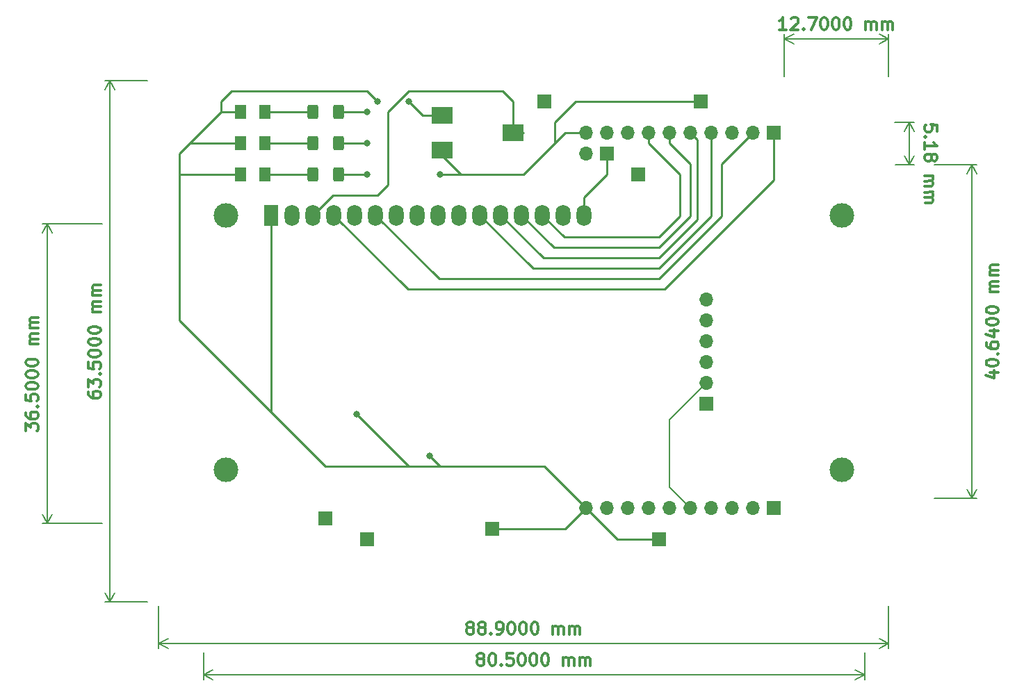
<source format=gbr>
%TF.GenerationSoftware,KiCad,Pcbnew,(6.0.4-0)*%
%TF.CreationDate,2022-04-20T10:51:28-04:00*%
%TF.ProjectId,msp_stuff,6d73705f-7374-4756-9666-2e6b69636164,rev?*%
%TF.SameCoordinates,Original*%
%TF.FileFunction,Copper,L1,Top*%
%TF.FilePolarity,Positive*%
%FSLAX46Y46*%
G04 Gerber Fmt 4.6, Leading zero omitted, Abs format (unit mm)*
G04 Created by KiCad (PCBNEW (6.0.4-0)) date 2022-04-20 10:51:28*
%MOMM*%
%LPD*%
G01*
G04 APERTURE LIST*
G04 Aperture macros list*
%AMRoundRect*
0 Rectangle with rounded corners*
0 $1 Rounding radius*
0 $2 $3 $4 $5 $6 $7 $8 $9 X,Y pos of 4 corners*
0 Add a 4 corners polygon primitive as box body*
4,1,4,$2,$3,$4,$5,$6,$7,$8,$9,$2,$3,0*
0 Add four circle primitives for the rounded corners*
1,1,$1+$1,$2,$3*
1,1,$1+$1,$4,$5*
1,1,$1+$1,$6,$7*
1,1,$1+$1,$8,$9*
0 Add four rect primitives between the rounded corners*
20,1,$1+$1,$2,$3,$4,$5,0*
20,1,$1+$1,$4,$5,$6,$7,0*
20,1,$1+$1,$6,$7,$8,$9,0*
20,1,$1+$1,$8,$9,$2,$3,0*%
G04 Aperture macros list end*
%ADD10C,0.300000*%
%TA.AperFunction,NonConductor*%
%ADD11C,0.300000*%
%TD*%
%TA.AperFunction,NonConductor*%
%ADD12C,0.200000*%
%TD*%
%TA.AperFunction,ComponentPad*%
%ADD13R,1.700000X1.700000*%
%TD*%
%TA.AperFunction,ComponentPad*%
%ADD14O,1.700000X1.700000*%
%TD*%
%TA.AperFunction,SMDPad,CuDef*%
%ADD15RoundRect,0.250001X-0.462499X-0.624999X0.462499X-0.624999X0.462499X0.624999X-0.462499X0.624999X0*%
%TD*%
%TA.AperFunction,SMDPad,CuDef*%
%ADD16RoundRect,0.250000X-0.400000X-0.625000X0.400000X-0.625000X0.400000X0.625000X-0.400000X0.625000X0*%
%TD*%
%TA.AperFunction,ComponentPad*%
%ADD17C,3.000000*%
%TD*%
%TA.AperFunction,ComponentPad*%
%ADD18R,1.800000X2.600000*%
%TD*%
%TA.AperFunction,ComponentPad*%
%ADD19O,1.800000X2.600000*%
%TD*%
%TA.AperFunction,SMDPad,CuDef*%
%ADD20R,2.500000X2.000000*%
%TD*%
%TA.AperFunction,ViaPad*%
%ADD21C,0.800000*%
%TD*%
%TA.AperFunction,Conductor*%
%ADD22C,0.200000*%
%TD*%
%TA.AperFunction,Conductor*%
%ADD23C,0.250000*%
%TD*%
G04 APERTURE END LIST*
D10*
D11*
X155218571Y-87778571D02*
X154361428Y-87778571D01*
X154790000Y-87778571D02*
X154790000Y-86278571D01*
X154647142Y-86492857D01*
X154504285Y-86635714D01*
X154361428Y-86707142D01*
X155790000Y-86421428D02*
X155861428Y-86350000D01*
X156004285Y-86278571D01*
X156361428Y-86278571D01*
X156504285Y-86350000D01*
X156575714Y-86421428D01*
X156647142Y-86564285D01*
X156647142Y-86707142D01*
X156575714Y-86921428D01*
X155718571Y-87778571D01*
X156647142Y-87778571D01*
X157290000Y-87635714D02*
X157361428Y-87707142D01*
X157290000Y-87778571D01*
X157218571Y-87707142D01*
X157290000Y-87635714D01*
X157290000Y-87778571D01*
X157861428Y-86278571D02*
X158861428Y-86278571D01*
X158218571Y-87778571D01*
X159718571Y-86278571D02*
X159861428Y-86278571D01*
X160004285Y-86350000D01*
X160075714Y-86421428D01*
X160147142Y-86564285D01*
X160218571Y-86850000D01*
X160218571Y-87207142D01*
X160147142Y-87492857D01*
X160075714Y-87635714D01*
X160004285Y-87707142D01*
X159861428Y-87778571D01*
X159718571Y-87778571D01*
X159575714Y-87707142D01*
X159504285Y-87635714D01*
X159432857Y-87492857D01*
X159361428Y-87207142D01*
X159361428Y-86850000D01*
X159432857Y-86564285D01*
X159504285Y-86421428D01*
X159575714Y-86350000D01*
X159718571Y-86278571D01*
X161147142Y-86278571D02*
X161290000Y-86278571D01*
X161432857Y-86350000D01*
X161504285Y-86421428D01*
X161575714Y-86564285D01*
X161647142Y-86850000D01*
X161647142Y-87207142D01*
X161575714Y-87492857D01*
X161504285Y-87635714D01*
X161432857Y-87707142D01*
X161290000Y-87778571D01*
X161147142Y-87778571D01*
X161004285Y-87707142D01*
X160932857Y-87635714D01*
X160861428Y-87492857D01*
X160790000Y-87207142D01*
X160790000Y-86850000D01*
X160861428Y-86564285D01*
X160932857Y-86421428D01*
X161004285Y-86350000D01*
X161147142Y-86278571D01*
X162575714Y-86278571D02*
X162718571Y-86278571D01*
X162861428Y-86350000D01*
X162932857Y-86421428D01*
X163004285Y-86564285D01*
X163075714Y-86850000D01*
X163075714Y-87207142D01*
X163004285Y-87492857D01*
X162932857Y-87635714D01*
X162861428Y-87707142D01*
X162718571Y-87778571D01*
X162575714Y-87778571D01*
X162432857Y-87707142D01*
X162361428Y-87635714D01*
X162290000Y-87492857D01*
X162218571Y-87207142D01*
X162218571Y-86850000D01*
X162290000Y-86564285D01*
X162361428Y-86421428D01*
X162432857Y-86350000D01*
X162575714Y-86278571D01*
X164861428Y-87778571D02*
X164861428Y-86778571D01*
X164861428Y-86921428D02*
X164932857Y-86850000D01*
X165075714Y-86778571D01*
X165290000Y-86778571D01*
X165432857Y-86850000D01*
X165504285Y-86992857D01*
X165504285Y-87778571D01*
X165504285Y-86992857D02*
X165575714Y-86850000D01*
X165718571Y-86778571D01*
X165932857Y-86778571D01*
X166075714Y-86850000D01*
X166147142Y-86992857D01*
X166147142Y-87778571D01*
X166861428Y-87778571D02*
X166861428Y-86778571D01*
X166861428Y-86921428D02*
X166932857Y-86850000D01*
X167075714Y-86778571D01*
X167290000Y-86778571D01*
X167432857Y-86850000D01*
X167504285Y-86992857D01*
X167504285Y-87778571D01*
X167504285Y-86992857D02*
X167575714Y-86850000D01*
X167718571Y-86778571D01*
X167932857Y-86778571D01*
X168075714Y-86850000D01*
X168147142Y-86992857D01*
X168147142Y-87778571D01*
D12*
X167640000Y-93479999D02*
X167640000Y-88313580D01*
X154940000Y-93479999D02*
X154940000Y-88313580D01*
X167640000Y-88900000D02*
X154940000Y-88900000D01*
X167640000Y-88900000D02*
X154940000Y-88900000D01*
X167640000Y-88900000D02*
X166513496Y-88313579D01*
X167640000Y-88900000D02*
X166513496Y-89486421D01*
X154940000Y-88900000D02*
X156066504Y-89486421D01*
X154940000Y-88900000D02*
X156066504Y-88313579D01*
D10*
D11*
X180018571Y-129499458D02*
X181018571Y-129499458D01*
X179447142Y-129856601D02*
X180518571Y-130213744D01*
X180518571Y-129285173D01*
X179518571Y-128428030D02*
X179518571Y-128285173D01*
X179590000Y-128142315D01*
X179661428Y-128070887D01*
X179804285Y-127999458D01*
X180090000Y-127928030D01*
X180447142Y-127928030D01*
X180732857Y-127999458D01*
X180875714Y-128070887D01*
X180947142Y-128142315D01*
X181018571Y-128285173D01*
X181018571Y-128428030D01*
X180947142Y-128570887D01*
X180875714Y-128642315D01*
X180732857Y-128713744D01*
X180447142Y-128785173D01*
X180090000Y-128785173D01*
X179804285Y-128713744D01*
X179661428Y-128642315D01*
X179590000Y-128570887D01*
X179518571Y-128428030D01*
X180875714Y-127285173D02*
X180947142Y-127213744D01*
X181018571Y-127285173D01*
X180947142Y-127356601D01*
X180875714Y-127285173D01*
X181018571Y-127285173D01*
X179518571Y-125928030D02*
X179518571Y-126213744D01*
X179590000Y-126356601D01*
X179661428Y-126428030D01*
X179875714Y-126570887D01*
X180161428Y-126642315D01*
X180732857Y-126642315D01*
X180875714Y-126570887D01*
X180947142Y-126499458D01*
X181018571Y-126356601D01*
X181018571Y-126070887D01*
X180947142Y-125928030D01*
X180875714Y-125856601D01*
X180732857Y-125785173D01*
X180375714Y-125785173D01*
X180232857Y-125856601D01*
X180161428Y-125928030D01*
X180090000Y-126070887D01*
X180090000Y-126356601D01*
X180161428Y-126499458D01*
X180232857Y-126570887D01*
X180375714Y-126642315D01*
X180018571Y-124499458D02*
X181018571Y-124499458D01*
X179447142Y-124856601D02*
X180518571Y-125213744D01*
X180518571Y-124285173D01*
X179518571Y-123428030D02*
X179518571Y-123285173D01*
X179590000Y-123142315D01*
X179661428Y-123070887D01*
X179804285Y-122999458D01*
X180090000Y-122928030D01*
X180447142Y-122928030D01*
X180732857Y-122999458D01*
X180875714Y-123070887D01*
X180947142Y-123142315D01*
X181018571Y-123285173D01*
X181018571Y-123428030D01*
X180947142Y-123570887D01*
X180875714Y-123642315D01*
X180732857Y-123713744D01*
X180447142Y-123785173D01*
X180090000Y-123785173D01*
X179804285Y-123713744D01*
X179661428Y-123642315D01*
X179590000Y-123570887D01*
X179518571Y-123428030D01*
X179518571Y-121999458D02*
X179518571Y-121856601D01*
X179590000Y-121713744D01*
X179661428Y-121642315D01*
X179804285Y-121570887D01*
X180090000Y-121499458D01*
X180447142Y-121499458D01*
X180732857Y-121570887D01*
X180875714Y-121642315D01*
X180947142Y-121713744D01*
X181018571Y-121856601D01*
X181018571Y-121999458D01*
X180947142Y-122142315D01*
X180875714Y-122213744D01*
X180732857Y-122285173D01*
X180447142Y-122356601D01*
X180090000Y-122356601D01*
X179804285Y-122285173D01*
X179661428Y-122213744D01*
X179590000Y-122142315D01*
X179518571Y-121999458D01*
X181018571Y-119713744D02*
X180018571Y-119713744D01*
X180161428Y-119713744D02*
X180090000Y-119642315D01*
X180018571Y-119499458D01*
X180018571Y-119285173D01*
X180090000Y-119142315D01*
X180232857Y-119070887D01*
X181018571Y-119070887D01*
X180232857Y-119070887D02*
X180090000Y-118999458D01*
X180018571Y-118856601D01*
X180018571Y-118642315D01*
X180090000Y-118499458D01*
X180232857Y-118428030D01*
X181018571Y-118428030D01*
X181018571Y-117713744D02*
X180018571Y-117713744D01*
X180161428Y-117713744D02*
X180090000Y-117642315D01*
X180018571Y-117499458D01*
X180018571Y-117285173D01*
X180090000Y-117142315D01*
X180232857Y-117070887D01*
X181018571Y-117070887D01*
X180232857Y-117070887D02*
X180090000Y-116999458D01*
X180018571Y-116856601D01*
X180018571Y-116642315D01*
X180090000Y-116499458D01*
X180232857Y-116428030D01*
X181018571Y-116428030D01*
D12*
X173220000Y-104235173D02*
X178386420Y-104235173D01*
X173220000Y-144875173D02*
X178386420Y-144875173D01*
X177800000Y-104235173D02*
X177800000Y-144875173D01*
X177800000Y-104235173D02*
X177800000Y-144875173D01*
X177800000Y-104235173D02*
X177213579Y-105361677D01*
X177800000Y-104235173D02*
X178386421Y-105361677D01*
X177800000Y-144875173D02*
X178386421Y-143748669D01*
X177800000Y-144875173D02*
X177213579Y-143748669D01*
D10*
D11*
X62538571Y-136682500D02*
X62538571Y-135753928D01*
X63110000Y-136253928D01*
X63110000Y-136039642D01*
X63181428Y-135896785D01*
X63252857Y-135825357D01*
X63395714Y-135753928D01*
X63752857Y-135753928D01*
X63895714Y-135825357D01*
X63967142Y-135896785D01*
X64038571Y-136039642D01*
X64038571Y-136468214D01*
X63967142Y-136611071D01*
X63895714Y-136682500D01*
X62538571Y-134468214D02*
X62538571Y-134753928D01*
X62610000Y-134896785D01*
X62681428Y-134968214D01*
X62895714Y-135111071D01*
X63181428Y-135182500D01*
X63752857Y-135182500D01*
X63895714Y-135111071D01*
X63967142Y-135039642D01*
X64038571Y-134896785D01*
X64038571Y-134611071D01*
X63967142Y-134468214D01*
X63895714Y-134396785D01*
X63752857Y-134325357D01*
X63395714Y-134325357D01*
X63252857Y-134396785D01*
X63181428Y-134468214D01*
X63110000Y-134611071D01*
X63110000Y-134896785D01*
X63181428Y-135039642D01*
X63252857Y-135111071D01*
X63395714Y-135182500D01*
X63895714Y-133682500D02*
X63967142Y-133611071D01*
X64038571Y-133682500D01*
X63967142Y-133753928D01*
X63895714Y-133682500D01*
X64038571Y-133682500D01*
X62538571Y-132253928D02*
X62538571Y-132968214D01*
X63252857Y-133039642D01*
X63181428Y-132968214D01*
X63110000Y-132825357D01*
X63110000Y-132468214D01*
X63181428Y-132325357D01*
X63252857Y-132253928D01*
X63395714Y-132182500D01*
X63752857Y-132182500D01*
X63895714Y-132253928D01*
X63967142Y-132325357D01*
X64038571Y-132468214D01*
X64038571Y-132825357D01*
X63967142Y-132968214D01*
X63895714Y-133039642D01*
X62538571Y-131253928D02*
X62538571Y-131111071D01*
X62610000Y-130968214D01*
X62681428Y-130896785D01*
X62824285Y-130825357D01*
X63110000Y-130753928D01*
X63467142Y-130753928D01*
X63752857Y-130825357D01*
X63895714Y-130896785D01*
X63967142Y-130968214D01*
X64038571Y-131111071D01*
X64038571Y-131253928D01*
X63967142Y-131396785D01*
X63895714Y-131468214D01*
X63752857Y-131539642D01*
X63467142Y-131611071D01*
X63110000Y-131611071D01*
X62824285Y-131539642D01*
X62681428Y-131468214D01*
X62610000Y-131396785D01*
X62538571Y-131253928D01*
X62538571Y-129825357D02*
X62538571Y-129682500D01*
X62610000Y-129539642D01*
X62681428Y-129468214D01*
X62824285Y-129396785D01*
X63110000Y-129325357D01*
X63467142Y-129325357D01*
X63752857Y-129396785D01*
X63895714Y-129468214D01*
X63967142Y-129539642D01*
X64038571Y-129682500D01*
X64038571Y-129825357D01*
X63967142Y-129968214D01*
X63895714Y-130039642D01*
X63752857Y-130111071D01*
X63467142Y-130182500D01*
X63110000Y-130182500D01*
X62824285Y-130111071D01*
X62681428Y-130039642D01*
X62610000Y-129968214D01*
X62538571Y-129825357D01*
X62538571Y-128396785D02*
X62538571Y-128253928D01*
X62610000Y-128111071D01*
X62681428Y-128039642D01*
X62824285Y-127968214D01*
X63110000Y-127896785D01*
X63467142Y-127896785D01*
X63752857Y-127968214D01*
X63895714Y-128039642D01*
X63967142Y-128111071D01*
X64038571Y-128253928D01*
X64038571Y-128396785D01*
X63967142Y-128539642D01*
X63895714Y-128611071D01*
X63752857Y-128682500D01*
X63467142Y-128753928D01*
X63110000Y-128753928D01*
X62824285Y-128682500D01*
X62681428Y-128611071D01*
X62610000Y-128539642D01*
X62538571Y-128396785D01*
X64038571Y-126111071D02*
X63038571Y-126111071D01*
X63181428Y-126111071D02*
X63110000Y-126039642D01*
X63038571Y-125896785D01*
X63038571Y-125682500D01*
X63110000Y-125539642D01*
X63252857Y-125468214D01*
X64038571Y-125468214D01*
X63252857Y-125468214D02*
X63110000Y-125396785D01*
X63038571Y-125253928D01*
X63038571Y-125039642D01*
X63110000Y-124896785D01*
X63252857Y-124825357D01*
X64038571Y-124825357D01*
X64038571Y-124111071D02*
X63038571Y-124111071D01*
X63181428Y-124111071D02*
X63110000Y-124039642D01*
X63038571Y-123896785D01*
X63038571Y-123682500D01*
X63110000Y-123539642D01*
X63252857Y-123468214D01*
X64038571Y-123468214D01*
X63252857Y-123468214D02*
X63110000Y-123396785D01*
X63038571Y-123253928D01*
X63038571Y-123039642D01*
X63110000Y-122896785D01*
X63252857Y-122825357D01*
X64038571Y-122825357D01*
D12*
X71890000Y-147932500D02*
X64573580Y-147932500D01*
X71890000Y-111432500D02*
X64573580Y-111432500D01*
X65160000Y-147932500D02*
X65160000Y-111432500D01*
X65160000Y-147932500D02*
X65160000Y-111432500D01*
X65160000Y-147932500D02*
X65746421Y-146805996D01*
X65160000Y-147932500D02*
X64573579Y-146805996D01*
X65160000Y-111432500D02*
X64573579Y-112559004D01*
X65160000Y-111432500D02*
X65746421Y-112559004D01*
D10*
D11*
X173518226Y-100135305D02*
X173514086Y-99421031D01*
X172799398Y-99353745D01*
X172871239Y-99424758D01*
X172943495Y-99567198D01*
X172945565Y-99924335D01*
X172874966Y-100067604D01*
X172803953Y-100139446D01*
X172661512Y-100211701D01*
X172304375Y-100213771D01*
X172161106Y-100143172D01*
X172089265Y-100072159D01*
X172017009Y-99929718D01*
X172014939Y-99572581D01*
X172085538Y-99429313D01*
X172156551Y-99357471D01*
X172165247Y-100857446D02*
X172094234Y-100929287D01*
X172022392Y-100858274D01*
X172093405Y-100786433D01*
X172165247Y-100857446D01*
X172022392Y-100858274D01*
X172031088Y-102358249D02*
X172026119Y-101501120D01*
X172028603Y-101929685D02*
X173528578Y-101920989D01*
X173313468Y-101779377D01*
X173169785Y-101637350D01*
X173097529Y-101494909D01*
X172893185Y-103210408D02*
X172963784Y-103067140D01*
X173034798Y-102995298D01*
X173177238Y-102923043D01*
X173248666Y-102922629D01*
X173391934Y-102993228D01*
X173463776Y-103064241D01*
X173536031Y-103206682D01*
X173537688Y-103492391D01*
X173467088Y-103635660D01*
X173396075Y-103707502D01*
X173253634Y-103779757D01*
X173182207Y-103780171D01*
X173038938Y-103709572D01*
X172967097Y-103638559D01*
X172894841Y-103496118D01*
X172893185Y-103210408D01*
X172820929Y-103067968D01*
X172749088Y-102996955D01*
X172605819Y-102926355D01*
X172320110Y-102928012D01*
X172177669Y-103000267D01*
X172106656Y-103072109D01*
X172036057Y-103215377D01*
X172037713Y-103501087D01*
X172109968Y-103643528D01*
X172181810Y-103714541D01*
X172325079Y-103785140D01*
X172610788Y-103783484D01*
X172753229Y-103711228D01*
X172824242Y-103639387D01*
X172894841Y-103496118D01*
X172049721Y-105572481D02*
X173049704Y-105566684D01*
X172906849Y-105567512D02*
X172978691Y-105638525D01*
X173050946Y-105780966D01*
X173052189Y-105995248D01*
X172981589Y-106138517D01*
X172839149Y-106210772D01*
X172053448Y-106215327D01*
X172839149Y-106210772D02*
X172982417Y-106281371D01*
X173054673Y-106423812D01*
X173055915Y-106638094D01*
X172985316Y-106781363D01*
X172842875Y-106853618D01*
X172057174Y-106858173D01*
X172061315Y-107572447D02*
X173061298Y-107566650D01*
X172918443Y-107567478D02*
X172990285Y-107638491D01*
X173062540Y-107780932D01*
X173063783Y-107995214D01*
X172993183Y-108138483D01*
X172850743Y-108210739D01*
X172065042Y-108215293D01*
X172850743Y-108210739D02*
X172994011Y-108281338D01*
X173066267Y-108423778D01*
X173067509Y-108638061D01*
X172996910Y-108781329D01*
X172854469Y-108853585D01*
X172068768Y-108858140D01*
D12*
X168397221Y-99070334D02*
X170736411Y-99056773D01*
X168427221Y-104245334D02*
X170766411Y-104231773D01*
X170150000Y-99060173D02*
X170180000Y-104235173D01*
X170150000Y-99060173D02*
X170180000Y-104235173D01*
X170150000Y-99060173D02*
X169570119Y-100190057D01*
X170150000Y-99060173D02*
X170742941Y-100183258D01*
X170180000Y-104235173D02*
X170759881Y-103105289D01*
X170180000Y-104235173D02*
X169587059Y-103112088D01*
D10*
D11*
X70158571Y-131944285D02*
X70158571Y-132230000D01*
X70230000Y-132372857D01*
X70301428Y-132444285D01*
X70515714Y-132587142D01*
X70801428Y-132658571D01*
X71372857Y-132658571D01*
X71515714Y-132587142D01*
X71587142Y-132515714D01*
X71658571Y-132372857D01*
X71658571Y-132087142D01*
X71587142Y-131944285D01*
X71515714Y-131872857D01*
X71372857Y-131801428D01*
X71015714Y-131801428D01*
X70872857Y-131872857D01*
X70801428Y-131944285D01*
X70730000Y-132087142D01*
X70730000Y-132372857D01*
X70801428Y-132515714D01*
X70872857Y-132587142D01*
X71015714Y-132658571D01*
X70158571Y-131301428D02*
X70158571Y-130372857D01*
X70730000Y-130872857D01*
X70730000Y-130658571D01*
X70801428Y-130515714D01*
X70872857Y-130444285D01*
X71015714Y-130372857D01*
X71372857Y-130372857D01*
X71515714Y-130444285D01*
X71587142Y-130515714D01*
X71658571Y-130658571D01*
X71658571Y-131087142D01*
X71587142Y-131230000D01*
X71515714Y-131301428D01*
X71515714Y-129730000D02*
X71587142Y-129658571D01*
X71658571Y-129730000D01*
X71587142Y-129801428D01*
X71515714Y-129730000D01*
X71658571Y-129730000D01*
X70158571Y-128301428D02*
X70158571Y-129015714D01*
X70872857Y-129087142D01*
X70801428Y-129015714D01*
X70730000Y-128872857D01*
X70730000Y-128515714D01*
X70801428Y-128372857D01*
X70872857Y-128301428D01*
X71015714Y-128230000D01*
X71372857Y-128230000D01*
X71515714Y-128301428D01*
X71587142Y-128372857D01*
X71658571Y-128515714D01*
X71658571Y-128872857D01*
X71587142Y-129015714D01*
X71515714Y-129087142D01*
X70158571Y-127301428D02*
X70158571Y-127158571D01*
X70230000Y-127015714D01*
X70301428Y-126944285D01*
X70444285Y-126872857D01*
X70730000Y-126801428D01*
X71087142Y-126801428D01*
X71372857Y-126872857D01*
X71515714Y-126944285D01*
X71587142Y-127015714D01*
X71658571Y-127158571D01*
X71658571Y-127301428D01*
X71587142Y-127444285D01*
X71515714Y-127515714D01*
X71372857Y-127587142D01*
X71087142Y-127658571D01*
X70730000Y-127658571D01*
X70444285Y-127587142D01*
X70301428Y-127515714D01*
X70230000Y-127444285D01*
X70158571Y-127301428D01*
X70158571Y-125872857D02*
X70158571Y-125730000D01*
X70230000Y-125587142D01*
X70301428Y-125515714D01*
X70444285Y-125444285D01*
X70730000Y-125372857D01*
X71087142Y-125372857D01*
X71372857Y-125444285D01*
X71515714Y-125515714D01*
X71587142Y-125587142D01*
X71658571Y-125730000D01*
X71658571Y-125872857D01*
X71587142Y-126015714D01*
X71515714Y-126087142D01*
X71372857Y-126158571D01*
X71087142Y-126230000D01*
X70730000Y-126230000D01*
X70444285Y-126158571D01*
X70301428Y-126087142D01*
X70230000Y-126015714D01*
X70158571Y-125872857D01*
X70158571Y-124444285D02*
X70158571Y-124301428D01*
X70230000Y-124158571D01*
X70301428Y-124087142D01*
X70444285Y-124015714D01*
X70730000Y-123944285D01*
X71087142Y-123944285D01*
X71372857Y-124015714D01*
X71515714Y-124087142D01*
X71587142Y-124158571D01*
X71658571Y-124301428D01*
X71658571Y-124444285D01*
X71587142Y-124587142D01*
X71515714Y-124658571D01*
X71372857Y-124730000D01*
X71087142Y-124801428D01*
X70730000Y-124801428D01*
X70444285Y-124730000D01*
X70301428Y-124658571D01*
X70230000Y-124587142D01*
X70158571Y-124444285D01*
X71658571Y-122158571D02*
X70658571Y-122158571D01*
X70801428Y-122158571D02*
X70730000Y-122087142D01*
X70658571Y-121944285D01*
X70658571Y-121730000D01*
X70730000Y-121587142D01*
X70872857Y-121515714D01*
X71658571Y-121515714D01*
X70872857Y-121515714D02*
X70730000Y-121444285D01*
X70658571Y-121301428D01*
X70658571Y-121087142D01*
X70730000Y-120944285D01*
X70872857Y-120872857D01*
X71658571Y-120872857D01*
X71658571Y-120158571D02*
X70658571Y-120158571D01*
X70801428Y-120158571D02*
X70730000Y-120087142D01*
X70658571Y-119944285D01*
X70658571Y-119730000D01*
X70730000Y-119587142D01*
X70872857Y-119515714D01*
X71658571Y-119515714D01*
X70872857Y-119515714D02*
X70730000Y-119444285D01*
X70658571Y-119301428D01*
X70658571Y-119087142D01*
X70730000Y-118944285D01*
X70872857Y-118872857D01*
X71658571Y-118872857D01*
D12*
X77360000Y-93980000D02*
X72193580Y-93980000D01*
X77360000Y-157480000D02*
X72193580Y-157480000D01*
X72780000Y-93980000D02*
X72780000Y-157480000D01*
X72780000Y-93980000D02*
X72780000Y-157480000D01*
X72780000Y-93980000D02*
X72193579Y-95106504D01*
X72780000Y-93980000D02*
X73366421Y-95106504D01*
X72780000Y-157480000D02*
X73366421Y-156353496D01*
X72780000Y-157480000D02*
X72193579Y-156353496D01*
D10*
D11*
X116547142Y-160581428D02*
X116404285Y-160510000D01*
X116332857Y-160438571D01*
X116261428Y-160295714D01*
X116261428Y-160224285D01*
X116332857Y-160081428D01*
X116404285Y-160010000D01*
X116547142Y-159938571D01*
X116832857Y-159938571D01*
X116975714Y-160010000D01*
X117047142Y-160081428D01*
X117118571Y-160224285D01*
X117118571Y-160295714D01*
X117047142Y-160438571D01*
X116975714Y-160510000D01*
X116832857Y-160581428D01*
X116547142Y-160581428D01*
X116404285Y-160652857D01*
X116332857Y-160724285D01*
X116261428Y-160867142D01*
X116261428Y-161152857D01*
X116332857Y-161295714D01*
X116404285Y-161367142D01*
X116547142Y-161438571D01*
X116832857Y-161438571D01*
X116975714Y-161367142D01*
X117047142Y-161295714D01*
X117118571Y-161152857D01*
X117118571Y-160867142D01*
X117047142Y-160724285D01*
X116975714Y-160652857D01*
X116832857Y-160581428D01*
X117975714Y-160581428D02*
X117832857Y-160510000D01*
X117761428Y-160438571D01*
X117690000Y-160295714D01*
X117690000Y-160224285D01*
X117761428Y-160081428D01*
X117832857Y-160010000D01*
X117975714Y-159938571D01*
X118261428Y-159938571D01*
X118404285Y-160010000D01*
X118475714Y-160081428D01*
X118547142Y-160224285D01*
X118547142Y-160295714D01*
X118475714Y-160438571D01*
X118404285Y-160510000D01*
X118261428Y-160581428D01*
X117975714Y-160581428D01*
X117832857Y-160652857D01*
X117761428Y-160724285D01*
X117690000Y-160867142D01*
X117690000Y-161152857D01*
X117761428Y-161295714D01*
X117832857Y-161367142D01*
X117975714Y-161438571D01*
X118261428Y-161438571D01*
X118404285Y-161367142D01*
X118475714Y-161295714D01*
X118547142Y-161152857D01*
X118547142Y-160867142D01*
X118475714Y-160724285D01*
X118404285Y-160652857D01*
X118261428Y-160581428D01*
X119190000Y-161295714D02*
X119261428Y-161367142D01*
X119190000Y-161438571D01*
X119118571Y-161367142D01*
X119190000Y-161295714D01*
X119190000Y-161438571D01*
X119975714Y-161438571D02*
X120261428Y-161438571D01*
X120404285Y-161367142D01*
X120475714Y-161295714D01*
X120618571Y-161081428D01*
X120690000Y-160795714D01*
X120690000Y-160224285D01*
X120618571Y-160081428D01*
X120547142Y-160010000D01*
X120404285Y-159938571D01*
X120118571Y-159938571D01*
X119975714Y-160010000D01*
X119904285Y-160081428D01*
X119832857Y-160224285D01*
X119832857Y-160581428D01*
X119904285Y-160724285D01*
X119975714Y-160795714D01*
X120118571Y-160867142D01*
X120404285Y-160867142D01*
X120547142Y-160795714D01*
X120618571Y-160724285D01*
X120690000Y-160581428D01*
X121618571Y-159938571D02*
X121761428Y-159938571D01*
X121904285Y-160010000D01*
X121975714Y-160081428D01*
X122047142Y-160224285D01*
X122118571Y-160510000D01*
X122118571Y-160867142D01*
X122047142Y-161152857D01*
X121975714Y-161295714D01*
X121904285Y-161367142D01*
X121761428Y-161438571D01*
X121618571Y-161438571D01*
X121475714Y-161367142D01*
X121404285Y-161295714D01*
X121332857Y-161152857D01*
X121261428Y-160867142D01*
X121261428Y-160510000D01*
X121332857Y-160224285D01*
X121404285Y-160081428D01*
X121475714Y-160010000D01*
X121618571Y-159938571D01*
X123047142Y-159938571D02*
X123190000Y-159938571D01*
X123332857Y-160010000D01*
X123404285Y-160081428D01*
X123475714Y-160224285D01*
X123547142Y-160510000D01*
X123547142Y-160867142D01*
X123475714Y-161152857D01*
X123404285Y-161295714D01*
X123332857Y-161367142D01*
X123190000Y-161438571D01*
X123047142Y-161438571D01*
X122904285Y-161367142D01*
X122832857Y-161295714D01*
X122761428Y-161152857D01*
X122690000Y-160867142D01*
X122690000Y-160510000D01*
X122761428Y-160224285D01*
X122832857Y-160081428D01*
X122904285Y-160010000D01*
X123047142Y-159938571D01*
X124475714Y-159938571D02*
X124618571Y-159938571D01*
X124761428Y-160010000D01*
X124832857Y-160081428D01*
X124904285Y-160224285D01*
X124975714Y-160510000D01*
X124975714Y-160867142D01*
X124904285Y-161152857D01*
X124832857Y-161295714D01*
X124761428Y-161367142D01*
X124618571Y-161438571D01*
X124475714Y-161438571D01*
X124332857Y-161367142D01*
X124261428Y-161295714D01*
X124190000Y-161152857D01*
X124118571Y-160867142D01*
X124118571Y-160510000D01*
X124190000Y-160224285D01*
X124261428Y-160081428D01*
X124332857Y-160010000D01*
X124475714Y-159938571D01*
X126761428Y-161438571D02*
X126761428Y-160438571D01*
X126761428Y-160581428D02*
X126832857Y-160510000D01*
X126975714Y-160438571D01*
X127190000Y-160438571D01*
X127332857Y-160510000D01*
X127404285Y-160652857D01*
X127404285Y-161438571D01*
X127404285Y-160652857D02*
X127475714Y-160510000D01*
X127618571Y-160438571D01*
X127832857Y-160438571D01*
X127975714Y-160510000D01*
X128047142Y-160652857D01*
X128047142Y-161438571D01*
X128761428Y-161438571D02*
X128761428Y-160438571D01*
X128761428Y-160581428D02*
X128832857Y-160510000D01*
X128975714Y-160438571D01*
X129190000Y-160438571D01*
X129332857Y-160510000D01*
X129404285Y-160652857D01*
X129404285Y-161438571D01*
X129404285Y-160652857D02*
X129475714Y-160510000D01*
X129618571Y-160438571D01*
X129832857Y-160438571D01*
X129975714Y-160510000D01*
X130047142Y-160652857D01*
X130047142Y-161438571D01*
D12*
X78740000Y-157980000D02*
X78740000Y-163146420D01*
X167640000Y-157980000D02*
X167640000Y-163146420D01*
X78740000Y-162560000D02*
X167640000Y-162560000D01*
X78740000Y-162560000D02*
X167640000Y-162560000D01*
X78740000Y-162560000D02*
X79866504Y-163146421D01*
X78740000Y-162560000D02*
X79866504Y-161973579D01*
X167640000Y-162560000D02*
X166513496Y-161973579D01*
X167640000Y-162560000D02*
X166513496Y-163146421D01*
D10*
D11*
X117817142Y-164391428D02*
X117674285Y-164320000D01*
X117602857Y-164248571D01*
X117531428Y-164105714D01*
X117531428Y-164034285D01*
X117602857Y-163891428D01*
X117674285Y-163820000D01*
X117817142Y-163748571D01*
X118102857Y-163748571D01*
X118245714Y-163820000D01*
X118317142Y-163891428D01*
X118388571Y-164034285D01*
X118388571Y-164105714D01*
X118317142Y-164248571D01*
X118245714Y-164320000D01*
X118102857Y-164391428D01*
X117817142Y-164391428D01*
X117674285Y-164462857D01*
X117602857Y-164534285D01*
X117531428Y-164677142D01*
X117531428Y-164962857D01*
X117602857Y-165105714D01*
X117674285Y-165177142D01*
X117817142Y-165248571D01*
X118102857Y-165248571D01*
X118245714Y-165177142D01*
X118317142Y-165105714D01*
X118388571Y-164962857D01*
X118388571Y-164677142D01*
X118317142Y-164534285D01*
X118245714Y-164462857D01*
X118102857Y-164391428D01*
X119317142Y-163748571D02*
X119460000Y-163748571D01*
X119602857Y-163820000D01*
X119674285Y-163891428D01*
X119745714Y-164034285D01*
X119817142Y-164320000D01*
X119817142Y-164677142D01*
X119745714Y-164962857D01*
X119674285Y-165105714D01*
X119602857Y-165177142D01*
X119460000Y-165248571D01*
X119317142Y-165248571D01*
X119174285Y-165177142D01*
X119102857Y-165105714D01*
X119031428Y-164962857D01*
X118960000Y-164677142D01*
X118960000Y-164320000D01*
X119031428Y-164034285D01*
X119102857Y-163891428D01*
X119174285Y-163820000D01*
X119317142Y-163748571D01*
X120460000Y-165105714D02*
X120531428Y-165177142D01*
X120460000Y-165248571D01*
X120388571Y-165177142D01*
X120460000Y-165105714D01*
X120460000Y-165248571D01*
X121888571Y-163748571D02*
X121174285Y-163748571D01*
X121102857Y-164462857D01*
X121174285Y-164391428D01*
X121317142Y-164320000D01*
X121674285Y-164320000D01*
X121817142Y-164391428D01*
X121888571Y-164462857D01*
X121960000Y-164605714D01*
X121960000Y-164962857D01*
X121888571Y-165105714D01*
X121817142Y-165177142D01*
X121674285Y-165248571D01*
X121317142Y-165248571D01*
X121174285Y-165177142D01*
X121102857Y-165105714D01*
X122888571Y-163748571D02*
X123031428Y-163748571D01*
X123174285Y-163820000D01*
X123245714Y-163891428D01*
X123317142Y-164034285D01*
X123388571Y-164320000D01*
X123388571Y-164677142D01*
X123317142Y-164962857D01*
X123245714Y-165105714D01*
X123174285Y-165177142D01*
X123031428Y-165248571D01*
X122888571Y-165248571D01*
X122745714Y-165177142D01*
X122674285Y-165105714D01*
X122602857Y-164962857D01*
X122531428Y-164677142D01*
X122531428Y-164320000D01*
X122602857Y-164034285D01*
X122674285Y-163891428D01*
X122745714Y-163820000D01*
X122888571Y-163748571D01*
X124317142Y-163748571D02*
X124460000Y-163748571D01*
X124602857Y-163820000D01*
X124674285Y-163891428D01*
X124745714Y-164034285D01*
X124817142Y-164320000D01*
X124817142Y-164677142D01*
X124745714Y-164962857D01*
X124674285Y-165105714D01*
X124602857Y-165177142D01*
X124460000Y-165248571D01*
X124317142Y-165248571D01*
X124174285Y-165177142D01*
X124102857Y-165105714D01*
X124031428Y-164962857D01*
X123960000Y-164677142D01*
X123960000Y-164320000D01*
X124031428Y-164034285D01*
X124102857Y-163891428D01*
X124174285Y-163820000D01*
X124317142Y-163748571D01*
X125745714Y-163748571D02*
X125888571Y-163748571D01*
X126031428Y-163820000D01*
X126102857Y-163891428D01*
X126174285Y-164034285D01*
X126245714Y-164320000D01*
X126245714Y-164677142D01*
X126174285Y-164962857D01*
X126102857Y-165105714D01*
X126031428Y-165177142D01*
X125888571Y-165248571D01*
X125745714Y-165248571D01*
X125602857Y-165177142D01*
X125531428Y-165105714D01*
X125460000Y-164962857D01*
X125388571Y-164677142D01*
X125388571Y-164320000D01*
X125460000Y-164034285D01*
X125531428Y-163891428D01*
X125602857Y-163820000D01*
X125745714Y-163748571D01*
X128031428Y-165248571D02*
X128031428Y-164248571D01*
X128031428Y-164391428D02*
X128102857Y-164320000D01*
X128245714Y-164248571D01*
X128460000Y-164248571D01*
X128602857Y-164320000D01*
X128674285Y-164462857D01*
X128674285Y-165248571D01*
X128674285Y-164462857D02*
X128745714Y-164320000D01*
X128888571Y-164248571D01*
X129102857Y-164248571D01*
X129245714Y-164320000D01*
X129317142Y-164462857D01*
X129317142Y-165248571D01*
X130031428Y-165248571D02*
X130031428Y-164248571D01*
X130031428Y-164391428D02*
X130102857Y-164320000D01*
X130245714Y-164248571D01*
X130460000Y-164248571D01*
X130602857Y-164320000D01*
X130674285Y-164462857D01*
X130674285Y-165248571D01*
X130674285Y-164462857D02*
X130745714Y-164320000D01*
X130888571Y-164248571D01*
X131102857Y-164248571D01*
X131245714Y-164320000D01*
X131317142Y-164462857D01*
X131317142Y-165248571D01*
D12*
X164710000Y-163672500D02*
X164710000Y-166956420D01*
X84210000Y-163672500D02*
X84210000Y-166956420D01*
X164710000Y-166370000D02*
X84210000Y-166370000D01*
X164710000Y-166370000D02*
X84210000Y-166370000D01*
X164710000Y-166370000D02*
X163583496Y-165783579D01*
X164710000Y-166370000D02*
X163583496Y-166956421D01*
X84210000Y-166370000D02*
X85336504Y-166956421D01*
X84210000Y-166370000D02*
X85336504Y-165783579D01*
D13*
%TO.P,REF\u002A\u002A,1*%
%TO.N,Net-(U1-Pad4)*%
X153640000Y-100330000D03*
D14*
%TO.P,REF\u002A\u002A,2*%
%TO.N,Net-(U1-Pad6)*%
X151100000Y-100330000D03*
%TO.P,REF\u002A\u002A,3*%
%TO.N,N/C*%
X148560000Y-100330000D03*
%TO.P,REF\u002A\u002A,4*%
%TO.N,Net-(U1-Pad11)*%
X146020000Y-100330000D03*
%TO.P,REF\u002A\u002A,5*%
%TO.N,Net-(U1-Pad12)*%
X143480000Y-100330000D03*
%TO.P,REF\u002A\u002A,6*%
%TO.N,Net-(U1-Pad13)*%
X140940000Y-100330000D03*
%TO.P,REF\u002A\u002A,7*%
%TO.N,Net-(U1-Pad14)*%
X138400000Y-100330000D03*
%TO.P,REF\u002A\u002A,8*%
%TO.N,N/C*%
X135860000Y-100330000D03*
%TO.P,REF\u002A\u002A,9*%
X133320000Y-100330000D03*
%TO.P,REF\u002A\u002A,10*%
%TO.N,+BATT*%
X130780000Y-100330000D03*
%TD*%
D13*
%TO.P,REF\u002A\u002A,1*%
%TO.N,Net-(R3-Pad1)*%
X153670000Y-146050000D03*
D14*
%TO.P,REF\u002A\u002A,2*%
%TO.N,Net-(R2-Pad1)*%
X151130000Y-146050000D03*
%TO.P,REF\u002A\u002A,3*%
%TO.N,Net-(R1-Pad1)*%
X148590000Y-146050000D03*
%TO.P,REF\u002A\u002A,4*%
%TO.N,N/C*%
X146050000Y-146050000D03*
%TO.P,REF\u002A\u002A,5*%
X143510000Y-146050000D03*
%TO.P,REF\u002A\u002A,6*%
X140970000Y-146050000D03*
%TO.P,REF\u002A\u002A,7*%
X138430000Y-146050000D03*
%TO.P,REF\u002A\u002A,8*%
X135890000Y-146050000D03*
%TO.P,REF\u002A\u002A,9*%
X133350000Y-146050000D03*
%TO.P,REF\u002A\u002A,10*%
%TO.N,GND*%
X130810000Y-146050000D03*
%TD*%
D15*
%TO.P,D3,1,K*%
%TO.N,GND*%
X88682500Y-97790000D03*
%TO.P,D3,2,A*%
%TO.N,Net-(D3-Pad2)*%
X91657500Y-97790000D03*
%TD*%
D13*
%TO.P,REF\u002A\u002A,1*%
%TO.N,N/C*%
X145460000Y-133325000D03*
D14*
%TO.P,REF\u002A\u002A,2*%
X145460000Y-130785000D03*
%TO.P,REF\u002A\u002A,3*%
X145460000Y-128245000D03*
%TO.P,REF\u002A\u002A,4*%
%TO.N,GND*%
X145460000Y-125705000D03*
%TO.P,REF\u002A\u002A,5*%
%TO.N,+BATT*%
X145460000Y-123165000D03*
%TO.P,REF\u002A\u002A,6*%
X145460000Y-120625000D03*
%TD*%
D16*
%TO.P,R2,1*%
%TO.N,Net-(D2-Pad2)*%
X97510000Y-101600000D03*
%TO.P,R2,2*%
%TO.N,Net-(R2-Pad1)*%
X100610000Y-101600000D03*
%TD*%
D17*
%TO.P,U1,*%
%TO.N,*%
X86960900Y-141373200D03*
X86960900Y-110372500D03*
X161959480Y-141373200D03*
X161960000Y-110372500D03*
D18*
%TO.P,U1,1,VSS*%
%TO.N,GND*%
X92460000Y-110372500D03*
D19*
%TO.P,U1,2,VDD*%
%TO.N,+BATT*%
X95000000Y-110372500D03*
%TO.P,U1,3,Vo*%
%TO.N,Net-(RV1-Pad2)*%
X97540000Y-110372500D03*
%TO.P,U1,4,RS*%
%TO.N,Net-(U1-Pad4)*%
X100080000Y-110372500D03*
%TO.P,U1,5,R/~{W}*%
%TO.N,GND*%
X102620000Y-110372500D03*
%TO.P,U1,6,~{E}*%
%TO.N,Net-(U1-Pad6)*%
X105160000Y-110372500D03*
%TO.P,U1,7,DB0*%
%TO.N,unconnected-(U1-Pad7)*%
X107700000Y-110372500D03*
%TO.P,U1,8,DB1*%
%TO.N,unconnected-(U1-Pad8)*%
X110240000Y-110372500D03*
%TO.P,U1,9,DB2*%
%TO.N,unconnected-(U1-Pad9)*%
X112780000Y-110372500D03*
%TO.P,U1,10,DB3*%
%TO.N,unconnected-(U1-Pad10)*%
X115320000Y-110372500D03*
%TO.P,U1,11,DB4*%
%TO.N,Net-(U1-Pad11)*%
X117860000Y-110372500D03*
%TO.P,U1,12,DB5*%
%TO.N,Net-(U1-Pad12)*%
X120400000Y-110372500D03*
%TO.P,U1,13,DB6*%
%TO.N,Net-(U1-Pad13)*%
X122940000Y-110372500D03*
%TO.P,U1,14,DB7*%
%TO.N,Net-(U1-Pad14)*%
X125480000Y-110372500D03*
%TO.P,U1,15,A/VEE*%
%TO.N,+BATT*%
X128020000Y-110372500D03*
%TO.P,U1,16,K*%
%TO.N,GND*%
X130560000Y-110372500D03*
%TD*%
D13*
%TO.P,REF\u002A\u002A,1*%
%TO.N,N/C*%
X125730000Y-96520000D03*
%TD*%
D20*
%TO.P,RV1,1,1*%
%TO.N,+BATT*%
X113270000Y-102480000D03*
%TO.P,RV1,2,2*%
%TO.N,Net-(RV1-Pad2)*%
X121920000Y-100330000D03*
%TO.P,RV1,3,3*%
%TO.N,GND*%
X113270000Y-98180000D03*
%TD*%
D13*
%TO.P,REF\u002A\u002A,1*%
%TO.N,+BATT*%
X144780000Y-96520000D03*
%TD*%
%TO.P,REF\u002A\u002A,1*%
%TO.N,GND*%
X133350000Y-102845000D03*
D14*
%TO.P,REF\u002A\u002A,2*%
%TO.N,N/C*%
X130810000Y-102845000D03*
%TD*%
D16*
%TO.P,R1,1*%
%TO.N,Net-(D1-Pad2)*%
X97510000Y-105410000D03*
%TO.P,R1,2*%
%TO.N,Net-(R1-Pad1)*%
X100610000Y-105410000D03*
%TD*%
D13*
%TO.P,REF\u002A\u002A,1*%
%TO.N,+BATT*%
X104140000Y-149860000D03*
%TD*%
D15*
%TO.P,D1,1,K*%
%TO.N,GND*%
X88682500Y-105410000D03*
%TO.P,D1,2,A*%
%TO.N,Net-(D1-Pad2)*%
X91657500Y-105410000D03*
%TD*%
D13*
%TO.P,REF\u002A\u002A,1*%
%TO.N,GND*%
X119380000Y-148590000D03*
%TD*%
%TO.P,REF\u002A\u002A,1*%
%TO.N,+BATT*%
X99060000Y-147320000D03*
%TD*%
%TO.P,REF\u002A\u002A,1*%
%TO.N,GND*%
X139700000Y-149860000D03*
%TD*%
%TO.P,REF\u002A\u002A,1*%
%TO.N,+BATT*%
X137160000Y-105410000D03*
%TD*%
D16*
%TO.P,R3,1*%
%TO.N,Net-(D3-Pad2)*%
X97510000Y-97790000D03*
%TO.P,R3,2*%
%TO.N,Net-(R3-Pad1)*%
X100610000Y-97790000D03*
%TD*%
D15*
%TO.P,D2,1,K*%
%TO.N,GND*%
X88682500Y-101600000D03*
%TO.P,D2,2,A*%
%TO.N,Net-(D2-Pad2)*%
X91657500Y-101600000D03*
%TD*%
D21*
%TO.N,GND*%
X102870000Y-134620000D03*
X109220000Y-96520000D03*
X105410000Y-96520000D03*
X111760000Y-139700000D03*
%TO.N,+BATT*%
X113030000Y-105410000D03*
%TO.N,Net-(R1-Pad1)*%
X104140000Y-105410000D03*
%TO.N,Net-(R2-Pad1)*%
X104140000Y-101600000D03*
%TO.N,Net-(R3-Pad1)*%
X104140000Y-97790000D03*
%TD*%
D22*
%TO.N,*%
X140970000Y-143510000D02*
X143510000Y-146050000D01*
X140970000Y-135275000D02*
X140970000Y-143510000D01*
X145460000Y-130785000D02*
X140970000Y-135275000D01*
D23*
%TO.N,GND*%
X93980000Y-95250000D02*
X104140000Y-95250000D01*
X99060000Y-140970000D02*
X92710000Y-134620000D01*
X113030000Y-140970000D02*
X109220000Y-140970000D01*
X81280000Y-102870000D02*
X82550000Y-101600000D01*
X130810000Y-146050000D02*
X134620000Y-149860000D01*
X82550000Y-101600000D02*
X86360000Y-97790000D01*
X88682500Y-97790000D02*
X86360000Y-97790000D01*
X88682500Y-105410000D02*
X81280000Y-105410000D01*
X119380000Y-148590000D02*
X128270000Y-148590000D01*
X81280000Y-107950000D02*
X81280000Y-102870000D01*
X128270000Y-148590000D02*
X130810000Y-146050000D01*
X110880000Y-98180000D02*
X109220000Y-96520000D01*
X134620000Y-149860000D02*
X139700000Y-149860000D01*
X87630000Y-95250000D02*
X93980000Y-95250000D01*
X92460000Y-134370000D02*
X92460000Y-110372500D01*
X86360000Y-97790000D02*
X86360000Y-96520000D01*
X130810000Y-146050000D02*
X125730000Y-140970000D01*
X92710000Y-134620000D02*
X92460000Y-134370000D01*
X130560000Y-108200000D02*
X133350000Y-105410000D01*
X125730000Y-140970000D02*
X113030000Y-140970000D01*
X81280000Y-107950000D02*
X81280000Y-123190000D01*
X104140000Y-95250000D02*
X105410000Y-96520000D01*
X109220000Y-140970000D02*
X99060000Y-140970000D01*
X111760000Y-139700000D02*
X113030000Y-140970000D01*
X130560000Y-110372500D02*
X130560000Y-108200000D01*
X86360000Y-96520000D02*
X87630000Y-95250000D01*
X88682500Y-101600000D02*
X82550000Y-101600000D01*
X109220000Y-140970000D02*
X102870000Y-134620000D01*
X113270000Y-98180000D02*
X110880000Y-98180000D01*
X133350000Y-105410000D02*
X133350000Y-102845000D01*
X81280000Y-123190000D02*
X92710000Y-134620000D01*
%TO.N,Net-(D1-Pad2)*%
X97510000Y-105410000D02*
X91657500Y-105410000D01*
%TO.N,Net-(D2-Pad2)*%
X97510000Y-101600000D02*
X91657500Y-101600000D01*
%TO.N,Net-(D3-Pad2)*%
X97510000Y-97790000D02*
X91657500Y-97790000D01*
%TO.N,+BATT*%
X127000000Y-101600000D02*
X128270000Y-100330000D01*
X113270000Y-103110000D02*
X113270000Y-102480000D01*
X124460000Y-104140000D02*
X123190000Y-105410000D01*
X127000000Y-99060000D02*
X129540000Y-96520000D01*
X115570000Y-105410000D02*
X113270000Y-103110000D01*
X127000000Y-101600000D02*
X127000000Y-99060000D01*
X127000000Y-101600000D02*
X124460000Y-104140000D01*
X115570000Y-105410000D02*
X113030000Y-105410000D01*
X123190000Y-105410000D02*
X115570000Y-105410000D01*
X128270000Y-100330000D02*
X130780000Y-100330000D01*
X129540000Y-96520000D02*
X144780000Y-96520000D01*
%TO.N,Net-(RV1-Pad2)*%
X121920000Y-100330000D02*
X123190000Y-100330000D01*
X97540000Y-110372500D02*
X99962500Y-107950000D01*
X105410000Y-107950000D02*
X106680000Y-106680000D01*
X109220000Y-95250000D02*
X106680000Y-97790000D01*
X99962500Y-107950000D02*
X105410000Y-107950000D01*
X120650000Y-95250000D02*
X121920000Y-96520000D01*
X106680000Y-106680000D02*
X106680000Y-97790000D01*
X109220000Y-95250000D02*
X120650000Y-95250000D01*
X121920000Y-96520000D02*
X121920000Y-100330000D01*
%TO.N,Net-(U1-Pad4)*%
X153640000Y-106075718D02*
X153640000Y-100330000D01*
X100080000Y-110372500D02*
X109087500Y-119380000D01*
X109087500Y-119380000D02*
X140335718Y-119380000D01*
X140335718Y-119380000D02*
X153640000Y-106075718D01*
%TO.N,Net-(U1-Pad6)*%
X112897500Y-118110000D02*
X105160000Y-110372500D01*
X147320000Y-104110000D02*
X147320000Y-110490000D01*
X147320000Y-110490000D02*
X139700000Y-118110000D01*
X139700000Y-118110000D02*
X112897500Y-118110000D01*
X151100000Y-100330000D02*
X147320000Y-104110000D01*
%TO.N,Net-(U1-Pad11)*%
X146020000Y-109885717D02*
X146050000Y-109915717D01*
X146020000Y-100330000D02*
X146020000Y-109885717D01*
X124327500Y-116840000D02*
X117860000Y-110372500D01*
X146050000Y-110490000D02*
X139700000Y-116840000D01*
X146050000Y-109915717D02*
X146050000Y-110490000D01*
X139700000Y-116840000D02*
X124327500Y-116840000D01*
%TO.N,Net-(U1-Pad12)*%
X139700000Y-115570000D02*
X125597500Y-115570000D01*
X143480000Y-100330000D02*
X144330000Y-101180000D01*
X144330000Y-101180000D02*
X144330000Y-110940000D01*
X144330000Y-110940000D02*
X139700000Y-115570000D01*
X125597500Y-115570000D02*
X120400000Y-110372500D01*
%TO.N,Net-(U1-Pad13)*%
X143510000Y-104140000D02*
X143510000Y-110490000D01*
X140940000Y-101570000D02*
X143510000Y-104140000D01*
X143510000Y-110490000D02*
X139700000Y-114300000D01*
X139700000Y-114300000D02*
X126867500Y-114300000D01*
X140940000Y-100330000D02*
X140940000Y-101570000D01*
X126867500Y-114300000D02*
X122940000Y-110372500D01*
%TO.N,Net-(U1-Pad14)*%
X142240000Y-105410000D02*
X142240000Y-110490000D01*
X138400000Y-101570000D02*
X142240000Y-105410000D01*
X139700000Y-113030000D02*
X128137500Y-113030000D01*
X138400000Y-100330000D02*
X138400000Y-101570000D01*
X142240000Y-110490000D02*
X139700000Y-113030000D01*
X128137500Y-113030000D02*
X125480000Y-110372500D01*
%TO.N,Net-(R1-Pad1)*%
X104140000Y-105410000D02*
X100610000Y-105410000D01*
%TO.N,Net-(R2-Pad1)*%
X100610000Y-101600000D02*
X104140000Y-101600000D01*
%TO.N,Net-(R3-Pad1)*%
X104140000Y-97790000D02*
X100610000Y-97790000D01*
%TD*%
M02*

</source>
